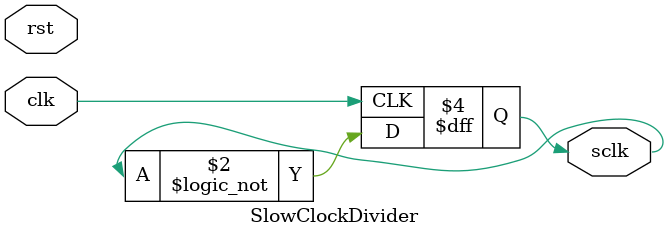
<source format=v>
`timescale 1ns / 1ps


module SlowClockDivider(input clk, rst, output reg sclk);

initial begin
    sclk = 0;
end

always@ (posedge clk) begin
    sclk = !sclk;
end

endmodule

</source>
